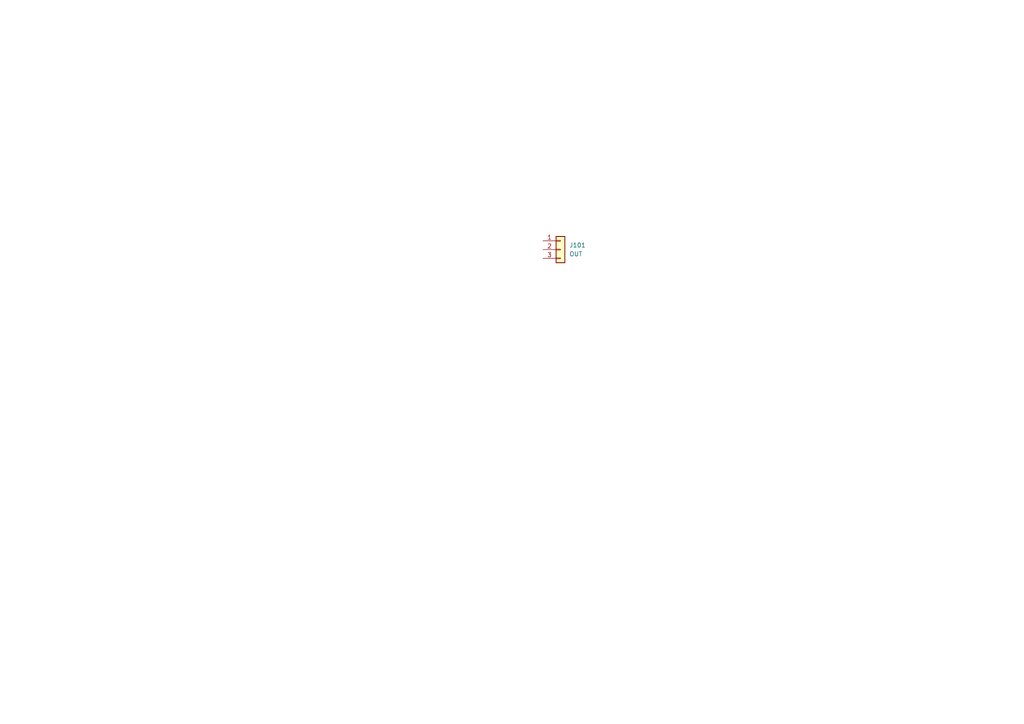
<source format=kicad_sch>
(kicad_sch (version 20250114) (generator "eeschema") (generator_version "9.0")
  (paper "A4")
  (lib_symbols
    (symbol "Connector_Generic:Conn_01x03" (pin_names (offset 1.016) (hide yes))
      (property "Reference" "J" (at 0 5.08 0))
      (property "Value" "Conn_01x03" (at 0 -5.08 0))
      (symbol "Conn_01x03_1_1"
        (rectangle (start -1.27 3.81) (end 1.27 -3.81) (stroke (width 0.254)) (fill (type background)))
        (rectangle (start -1.27 2.667) (end 0 2.413) (stroke (width 0.1524)))
        (rectangle (start -1.27 0.127) (end 0 -0.127) (stroke (width 0.1524)))
        (rectangle (start -1.27 -2.413) (end 0 -2.667) (stroke (width 0.1524)))
        (pin passive line (at -5.08 2.54 0) (length 3.81) (name "Pin_1") (number "1"))
        (pin passive line (at -5.08 0 0) (length 3.81) (name "Pin_2") (number "2"))
        (pin passive line (at -5.08 -2.54 0) (length 3.81) (name "Pin_3") (number "3"))
      )
    )
  )
  (symbol (lib_id "Connector_Generic:Conn_01x03") (at 162.56 72.39 0) (unit 1)
    (property "Reference" "J101" (at 165.1 71.1199 0) (effects (justify left)))
    (property "Value" "OUT" (at 165.1 73.6599 0) (effects (justify left)))
    (property "Description" "Generic connector, single row, 01x03, script generated (kicad-library-utils/schlib/autogen/connector/)" (effects (hide yes)))
  )
)
</source>
